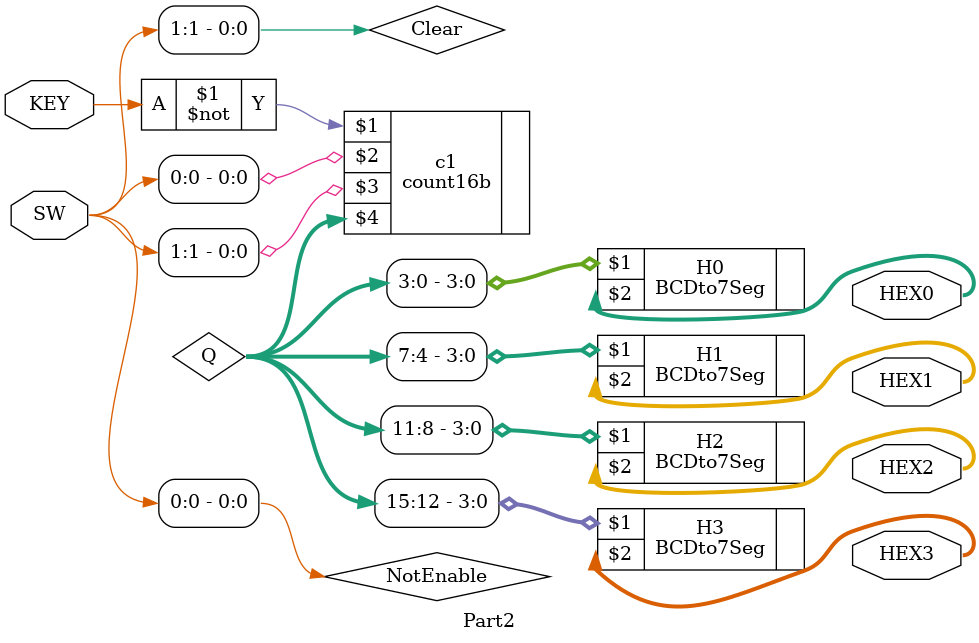
<source format=v>

module Part2(KEY, SW, HEX0, HEX1, HEX2, HEX3);
  input  [0:0]KEY;  		// Button input
  input  [1:0]SW;  		// Enable and Clear switches
  output [0:6]HEX0, HEX1, HEX2, HEX3;  // 7-segment displays
  
  wire [15:0]Q;					// 16 Bit output from counter
  wire NotEnable, Clear;		// Rename switches for clarity
  assign NotEnable = SW[0];
  assign Clear     = SW[1];
  
  count16b c1(~KEY[0], NotEnable, Clear, Q);	// 16 bit counter

  BCDto7Seg H3( Q[15:12], HEX3 );	// Display results on hex displays
  BCDto7Seg H2( Q[11:8],  HEX2 );
  BCDto7Seg H1( Q[7:4],   HEX1 );
  BCDto7Seg H0( Q[3:0],   HEX0 );
  
endmodule
</source>
